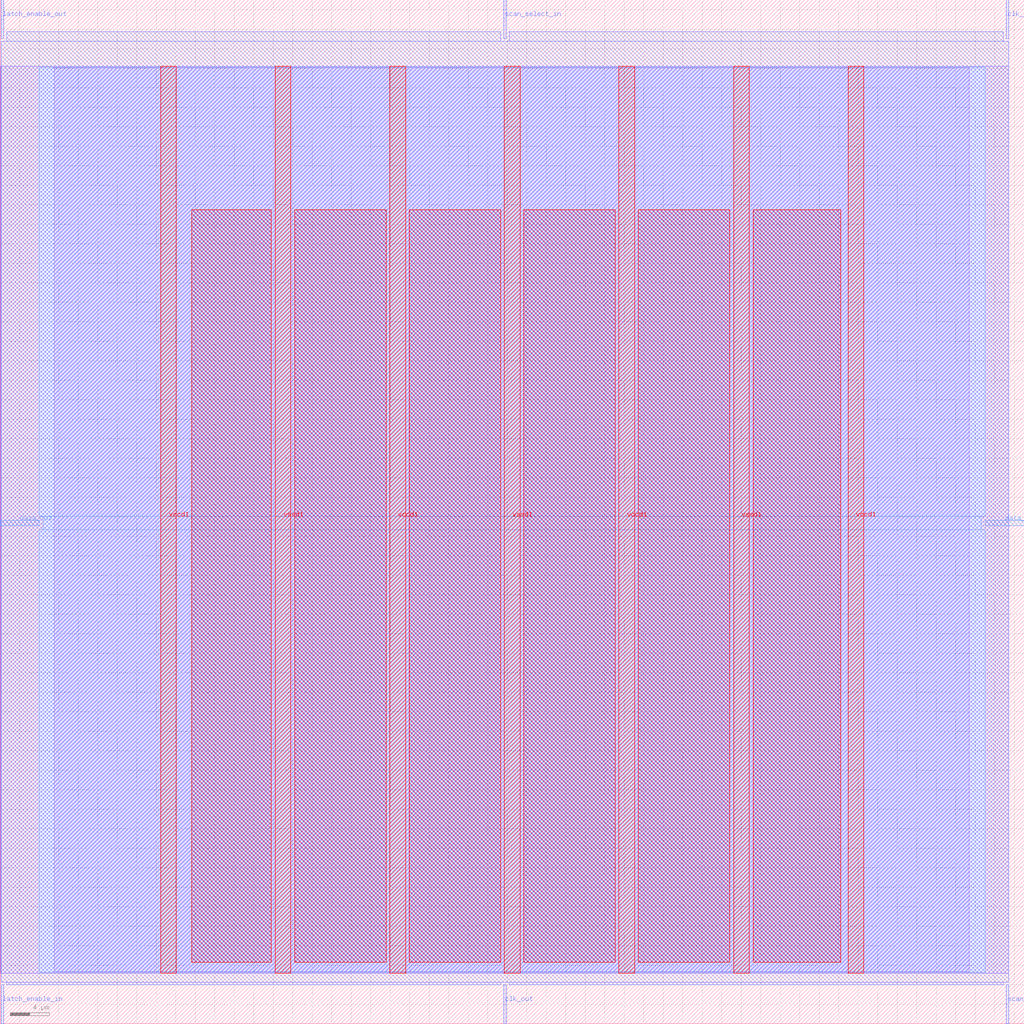
<source format=lef>
VERSION 5.7 ;
  NOWIREEXTENSIONATPIN ON ;
  DIVIDERCHAR "/" ;
  BUSBITCHARS "[]" ;
MACRO scan_wrapper_341631485498884690
  CLASS BLOCK ;
  FOREIGN scan_wrapper_341631485498884690 ;
  ORIGIN 0.000 0.000 ;
  SIZE 105.000 BY 105.000 ;
  PIN clk_in
    DIRECTION INPUT ;
    USE SIGNAL ;
    PORT
      LAYER met2 ;
        RECT 103.130 101.000 103.410 105.000 ;
    END
  END clk_in
  PIN clk_out
    DIRECTION OUTPUT TRISTATE ;
    USE SIGNAL ;
    PORT
      LAYER met2 ;
        RECT 51.610 0.000 51.890 4.000 ;
    END
  END clk_out
  PIN data_in
    DIRECTION INPUT ;
    USE SIGNAL ;
    PORT
      LAYER met3 ;
        RECT 101.000 51.040 105.000 51.640 ;
    END
  END data_in
  PIN data_out
    DIRECTION OUTPUT TRISTATE ;
    USE SIGNAL ;
    PORT
      LAYER met3 ;
        RECT 0.000 51.040 4.000 51.640 ;
    END
  END data_out
  PIN latch_enable_in
    DIRECTION INPUT ;
    USE SIGNAL ;
    PORT
      LAYER met2 ;
        RECT 0.090 0.000 0.370 4.000 ;
    END
  END latch_enable_in
  PIN latch_enable_out
    DIRECTION OUTPUT TRISTATE ;
    USE SIGNAL ;
    PORT
      LAYER met2 ;
        RECT 0.090 101.000 0.370 105.000 ;
    END
  END latch_enable_out
  PIN scan_select_in
    DIRECTION INPUT ;
    USE SIGNAL ;
    PORT
      LAYER met2 ;
        RECT 51.610 101.000 51.890 105.000 ;
    END
  END scan_select_in
  PIN scan_select_out
    DIRECTION OUTPUT TRISTATE ;
    USE SIGNAL ;
    PORT
      LAYER met2 ;
        RECT 103.130 0.000 103.410 4.000 ;
    END
  END scan_select_out
  PIN vccd1
    DIRECTION INOUT ;
    USE POWER ;
    PORT
      LAYER met4 ;
        RECT 16.465 5.200 18.065 98.160 ;
    END
    PORT
      LAYER met4 ;
        RECT 39.955 5.200 41.555 98.160 ;
    END
    PORT
      LAYER met4 ;
        RECT 63.445 5.200 65.045 98.160 ;
    END
    PORT
      LAYER met4 ;
        RECT 86.935 5.200 88.535 98.160 ;
    END
  END vccd1
  PIN vssd1
    DIRECTION INOUT ;
    USE GROUND ;
    PORT
      LAYER met4 ;
        RECT 28.210 5.200 29.810 98.160 ;
    END
    PORT
      LAYER met4 ;
        RECT 51.700 5.200 53.300 98.160 ;
    END
    PORT
      LAYER met4 ;
        RECT 75.190 5.200 76.790 98.160 ;
    END
  END vssd1
  OBS
      LAYER li1 ;
        RECT 5.520 5.355 99.360 98.005 ;
      LAYER met1 ;
        RECT 0.070 5.200 103.430 98.160 ;
      LAYER met2 ;
        RECT 0.650 100.720 51.330 101.730 ;
        RECT 52.170 100.720 102.850 101.730 ;
        RECT 0.100 4.280 103.400 100.720 ;
        RECT 0.650 4.000 51.330 4.280 ;
        RECT 52.170 4.000 102.850 4.280 ;
      LAYER met3 ;
        RECT 4.000 52.040 101.000 98.085 ;
        RECT 4.400 50.640 100.600 52.040 ;
        RECT 4.000 5.275 101.000 50.640 ;
      LAYER met4 ;
        RECT 19.615 6.295 27.810 83.465 ;
        RECT 30.210 6.295 39.555 83.465 ;
        RECT 41.955 6.295 51.300 83.465 ;
        RECT 53.700 6.295 63.045 83.465 ;
        RECT 65.445 6.295 74.790 83.465 ;
        RECT 77.190 6.295 86.185 83.465 ;
  END
END scan_wrapper_341631485498884690
END LIBRARY


</source>
